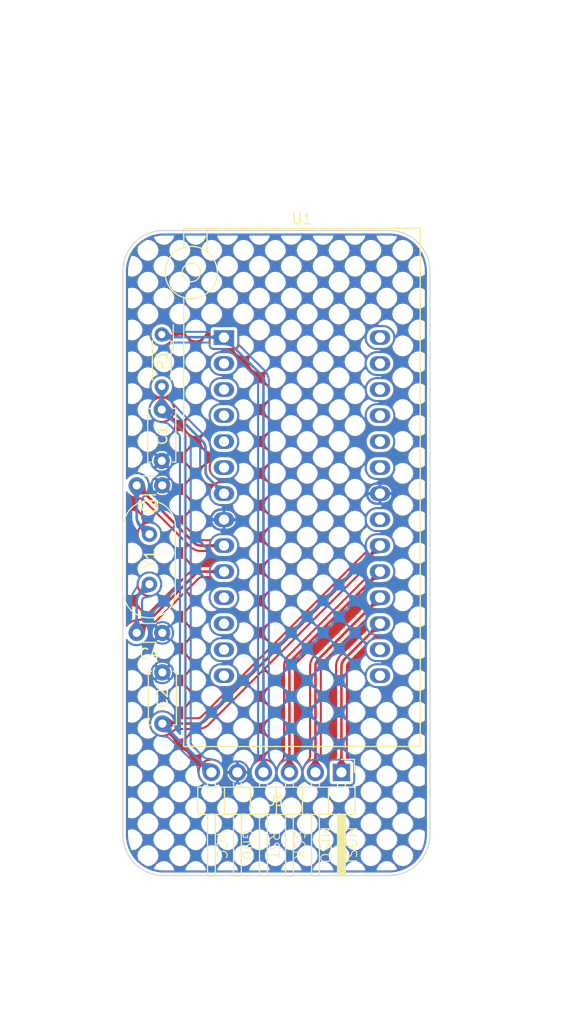
<source format=kicad_pcb>
(kicad_pcb (version 20211014) (generator pcbnew)
  (title_block (title "DIP28 ISP adapter") (date "2022-02-07") (rev "1.0") (company "0xCB") (comment 1 "Conor Burns"))
  (layers (0 "F.Cu" signal) (31 "B.Cu" signal) (34 "B.Paste" user) (35 "F.Paste" user) (36 "B.SilkS" user "B.Silkscreen") (37 "F.SilkS" user "F.Silkscreen") (38 "B.Mask" user) (39 "F.Mask" user) (44 "Edge.Cuts" user))
  (net 0 "")
  (net 1 "+5V")
  (net 2 "GND")
  (net 3 "Net-(C3-Pad2)")
  (net 4 "Net-(C4-Pad2)")
  (net 5 "MOSI")
  (net 6 "MISO")
  (net 7 "SCK")
  (net 8 "RST")
  (footprint "Capacitor_THT:C_Disc_D3.0mm_W1.6mm_P2.50mm" (layer "F.Cu") (at 105.85 141.8 180)
    (fp_text reference "C4" (at 1.25 -2.05) (layer "F.SilkS"))
    (fp_text value "20pF")
    (fp_line (start 0.621 -0.92) (end 1.879 -0.92) (layer "F.SilkS") (width 0.12))
    (fp_line (start 0.621 0.92) (end 1.879 0.92) (layer "F.SilkS") (width 0.12))
    (pad "1" thru_hole circle (at 0 0 180) (size 1.6 1.6) (drill 0.8) (layers *.Cu *.Mask) (net 2 "GND"))
    (pad "2" thru_hole circle (at 2.5 0 180) (size 1.6 1.6) (drill 0.8) (layers *.Cu *.Mask) (net 4 "Net-(C4-Pad2)"))
  )
  (footprint "Capacitor_THT:C_Disc_D3.0mm_W1.6mm_P2.50mm" (layer "F.Cu") (at 105.85 127.4 180)
    (fp_text reference "C3" (at 1.25 -2.05) (layer "F.SilkS"))
    (fp_text value "20pF")
    (fp_line (start 0.621 -0.92) (end 1.879 -0.92) (layer "F.SilkS") (width 0.12))
    (fp_line (start 0.621 0.92) (end 1.879 0.92) (layer "F.SilkS") (width 0.12))
    (pad "1" thru_hole circle (at 0 0 180) (size 1.6 1.6) (drill 0.8) (layers *.Cu *.Mask) (net 2 "GND"))
    (pad "2" thru_hole circle (at 2.5 0 180) (size 1.6 1.6) (drill 0.8) (layers *.Cu *.Mask) (net 3 "Net-(C3-Pad2)"))
  )
  (footprint "Capacitor_THT:C_Disc_D5.0mm_W2.5mm_P5.00mm" (layer "F.Cu") (at 105.86 150.66 90)
    (fp_text reference "C2" (at 2.475 0.025 90) (layer "F.SilkS"))
    (fp_text value "0.1uF")
    (fp_line (start 5.12 1.055) (end 5.12 1.37) (layer "F.SilkS") (width 0.12))
    (fp_line (start -0.12 -1.37) (end -0.12 -1.055) (layer "F.SilkS") (width 0.12))
    (fp_line (start -0.12 -1.37) (end 5.12 -1.37) (layer "F.SilkS") (width 0.12))
    (fp_line (start -0.12 1.37) (end 5.12 1.37) (layer "F.SilkS") (width 0.12))
    (fp_line (start 5.12 -1.37) (end 5.12 -1.055) (layer "F.SilkS") (width 0.12))
    (fp_line (start -0.12 1.055) (end -0.12 1.37) (layer "F.SilkS") (width 0.12))
    (pad "1" thru_hole circle (at 0 0 90) (size 1.6 1.6) (drill 0.8) (layers *.Cu *.Mask) (net 1 "+5V"))
    (pad "2" thru_hole circle (at 5 0 90) (size 1.6 1.6) (drill 0.8) (layers *.Cu *.Mask) (net 2 "GND"))
  )
  (footprint "Capacitor_THT:C_Disc_D5.0mm_W2.5mm_P5.00mm" (layer "F.Cu") (at 105.8 120 -90)
    (fp_text reference "C1" (at 2.5 -0.025 90) (layer "F.SilkS"))
    (fp_text value "0.1uF")
    (fp_line (start 5.12 -1.37) (end 5.12 -1.055) (layer "F.SilkS") (width 0.12))
    (fp_line (start -0.12 -1.37) (end -0.12 -1.055) (layer "F.SilkS") (width 0.12))
    (fp_line (start -0.12 1.37) (end 5.12 1.37) (layer "F.SilkS") (width 0.12))
    (fp_line (start -0.12 1.055) (end -0.12 1.37) (layer "F.SilkS") (width 0.12))
    (fp_line (start 5.12 1.055) (end 5.12 1.37) (layer "F.SilkS") (width 0.12))
    (fp_line (start -0.12 -1.37) (end 5.12 -1.37) (layer "F.SilkS") (width 0.12))
    (pad "1" thru_hole circle (at 0 0 270) (size 1.6 1.6) (drill 0.8) (layers *.Cu *.Mask) (net 1 "+5V"))
    (pad "2" thru_hole circle (at 5 0 270) (size 1.6 1.6) (drill 0.8) (layers *.Cu *.Mask) (net 2 "GND"))
  )
  (footprint "Connector_PinHeader_2.54mm:PinHeader_1x06_P2.54mm_Horizontal" (layer "F.Cu") (at 123.35 155.425 -90)
    (fp_text reference "J1" (at 2.77 6.275 180) (layer "F.SilkS"))
    (fp_text value "PinHeader_1x06_P2.54mm_Horizontal")
    (fp_line (start 4.1 14.03) (end 4.1 -1.33) (layer "F.SilkS") (width 0.12))
    (fp_line (start 1.44 1.27) (end 4.1 1.27) (layer "F.SilkS") (width 0.12))
    (fp_line (start 10.1 10.54) (end 4.1 10.54) (layer "F.SilkS") (width 0.12))
    (fp_line (start 1.44 8.89) (end 4.1 8.89) (layer "F.SilkS") (width 0.12))
    (fp_line (start 10.1 2.92) (end 4.1 2.92) (layer "F.SilkS") (width 0.12))
    (fp_line (start 4.1 9.78) (end 10.1 9.78) (layer "F.SilkS") (width 0.12))
    (fp_line (start 1.11 -0.38) (end 1.44 -0.38) (layer "F.SilkS") (width 0.12))
    (fp_line (start 10.1 5.46) (end 4.1 5.46) (layer "F.SilkS") (width 0.12))
    (fp_line (start 1.042929 12.32) (end 1.44 12.32) (layer "F.SilkS") (width 0.12))
    (fp_line (start 1.042929 8) (end 1.44 8) (layer "F.SilkS") (width 0.12))
    (fp_line (start 10.1 12.32) (end 10.1 13.08) (layer "F.SilkS") (width 0.12))
    (fp_line (start 4.1 2.16) (end 10.1 2.16) (layer "F.SilkS") (width 0.12))
    (fp_line (start -1.27 0) (end -1.27 -1.27) (layer "F.SilkS") (width 0.12))
    (fp_line (start 10.1 -0.38) (end 10.1 0.38) (layer "F.SilkS") (width 0.12))
    (fp_line (start 4.1 -1.33) (end 1.44 -1.33) (layer "F.SilkS") (width 0.12))
    (fp_line (start 1.042929 9.78) (end 1.44 9.78) (layer "F.SilkS") (width 0.12))
    (fp_line (start 1.44 3.81) (end 4.1 3.81) (layer "F.SilkS") (width 0.12))
    (fp_line (start 10.1 9.78) (end 10.1 10.54) (layer "F.SilkS") (width 0.12))
    (fp_line (start 10.1 8) (end 4.1 8) (layer "F.SilkS") (width 0.12))
    (fp_line (start 10.1 2.16) (end 10.1 2.92) (layer "F.SilkS") (width 0.12))
    (fp_line (start 10.1 13.08) (end 4.1 13.08) (layer "F.SilkS") (width 0.12))
    (fp_line (start 4.1 7.24) (end 10.1 7.24) (layer "F.SilkS") (width 0.12))
    (fp_line (start 1.042929 2.92) (end 1.44 2.92) (layer "F.SilkS") (width 0.12))
    (fp_line (start 4.1 -0.32) (end 10.1 -0.32) (layer "F.SilkS") (width 0.12))
    (fp_line (start 10.1 0.38) (end 4.1 0.38) (layer "F.SilkS") (width 0.12))
    (fp_line (start 10.1 4.7) (end 10.1 5.46) (layer "F.SilkS") (width 0.12))
    (fp_line (start 4.1 0.04) (end 10.1 0.04) (layer "F.SilkS") (width 0.12))
    (fp_line (start 1.042929 2.16) (end 1.44 2.16) (layer "F.SilkS") (width 0.12))
    (fp_line (start 1.11 0.38) (end 1.44 0.38) (layer "F.SilkS") (width 0.12))
    (fp_line (start 4.1 -0.2) (end 10.1 -0.2) (layer "F.SilkS") (width 0.12))
    (fp_line (start 4.1 -0.08) (end 10.1 -0.08) (layer "F.SilkS") (width 0.12))
    (fp_line (start 4.1 0.16) (end 10.1 0.16) (layer "F.SilkS") (width 0.12))
    (fp_line (start 4.1 -0.38) (end 10.1 -0.38) (layer "F.SilkS") (width 0.12))
    (fp_line (start -1.27 -1.27) (end 0 -1.27) (layer "F.SilkS") (width 0.12))
    (fp_line (start 1.042929 13.08) (end 1.44 13.08) (layer "F.SilkS") (width 0.12))
    (fp_line (start 1.44 6.35) (end 4.1 6.35) (layer "F.SilkS") (width 0.12))
    (fp_line (start 1.042929 7.24) (end 1.44 7.24) (layer "F.SilkS") (width 0.12))
    (fp_line (start 4.1 0.28) (end 10.1 0.28) (layer "F.SilkS") (width 0.12))
    (fp_line (start 1.44 -1.33) (end 1.44 14.03) (layer "F.SilkS") (width 0.12))
    (fp_line (start 1.042929 5.46) (end 1.44 5.46) (layer "F.SilkS") (width 0.12))
    (fp_line (start 4.1 4.7) (end 10.1 4.7) (layer "F.SilkS") (width 0.12))
    (fp_line (start 1.042929 10.54) (end 1.44 10.54) (layer "F.SilkS") (width 0.12))
    (fp_line (start 4.1 12.32) (end 10.1 12.32) (layer "F.SilkS") (width 0.12))
    (fp_line (start 1.44 14.03) (end 4.1 14.03) (layer "F.SilkS") (width 0.12))
    (fp_line (start 1.44 11.43) (end 4.1 11.43) (layer "F.SilkS") (width 0.12))
    (fp_line (start 1.042929 4.7) (end 1.44 4.7) (layer "F.SilkS") (width 0.12))
    (fp_line (start 10.1 7.24) (end 10.1 8) (layer "F.SilkS") (width 0.12))
    (pad "1" thru_hole rect (at 0 0 270) (size 1.7 1.7) (drill 1) (layers *.Cu *.Mask) (net 5 "MOSI"))
    (pad "2" thru_hole oval (at 0 2.54 270) (size 1.7 1.7) (drill 1) (layers *.Cu *.Mask) (net 6 "MISO"))
    (pad "3" thru_hole oval (at 0 5.08 270) (size 1.7 1.7) (drill 1) (layers *.Cu *.Mask) (net 7 "SCK"))
    (pad "4" thru_hole oval (at 0 7.62 270) (size 1.7 1.7) (drill 1) (layers *.Cu *.Mask) (net 8 "RST"))
    (pad "5" thru_hole oval (at 0 10.16 270) (size 1.7 1.7) (drill 1) (layers *.Cu *.Mask) (net 2 "GND"))
    (pad "6" thru_hole oval (at 0 12.7 270) (size 1.7 1.7) (drill 1) (layers *.Cu *.Mask) (net 1 "+5V"))
  )
  (footprint "Crystal:Crystal_HC49-4H_Vertical" (layer "F.Cu") (at 104.6 137.05 90)
    (fp_text reference "Y1" (at 2.475 0.025 90) (layer "F.SilkS"))
    (fp_text value "16MHz")
    (fp_line (start -0.76 -2.525) (end 5.64 -2.525) (layer "F.SilkS") (width 0.12))
    (fp_line (start -0.76 2.525) (end 5.64 2.525) (layer "F.SilkS") (width 0.12))
    (fp_arc (start 5.64 -2.525) (mid 8.165 0) (end 5.64 2.525) (layer "F.SilkS") (width 0.12))
    (fp_arc (start -0.76 2.525) (mid -3.285 0) (end -0.76 -2.525) (layer "F.SilkS") (width 0.12))
    (pad "1" thru_hole circle (at 0 0 90) (size 1.5 1.5) (drill 0.8) (layers *.Cu *.Mask) (net 4 "Net-(C4-Pad2)"))
    (pad "2" thru_hole circle (at 4.88 0 90) (size 1.5 1.5) (drill 0.8) (layers *.Cu *.Mask) (net 3 "Net-(C3-Pad2)"))
  )
  (footprint "Resistor_THT:R_Axial_DIN0204_L3.6mm_D1.6mm_P5.08mm_Horizontal" (layer "F.Cu") (at 105.8 112.66 -90)
    (fp_text reference "R1" (at 2.49 -0.05 90) (layer "F.SilkS"))
    (fp_text value "10k")
    (fp_line (start 0.62 0.92) (end 4.46 0.92) (layer "F.SilkS") (width 0.12))
    (fp_line (start 0.62 -0.92) (end 4.46 -0.92) (layer "F.SilkS") (width 0.12))
    (pad "1" thru_hole circle (at 0 0 270) (size 1.4 1.4) (drill 0.7) (layers *.Cu *.Mask) (net 8 "RST"))
    (pad "2" thru_hole oval (at 5.08 0 270) (size 1.4 1.4) (drill 0.7) (layers *.Cu *.Mask) (net 1 "+5V"))
  )
  (footprint "Socket:DIP_Socket-28_W11.9_W12.7_W15.24_W17.78_W18.5_3M_228-1277-00-0602J" (layer "F.Cu") (at 111.875 112.96)
    (fp_text reference "U1" (at 7.62 -11.56) (layer "F.SilkS"))
    (fp_text value "ATmega328-P")
    (fp_line (start 19.17 39.94) (end 19.17 -10.66) (layer "F.SilkS") (width 0.12))
    (fp_line (start -1.65 -10.66) (end -1.65 -8.4) (layer "F.SilkS") (width 0.12))
    (fp_line (start 19.17 -10.66) (end -3.93 -10.66) (layer "F.SilkS") (width 0.12))
    (fp_line (start -3.93 -3.9) (end -3.93 39.94) (layer "F.SilkS") (width 0.12))
    (fp_line (start -3.93 39.94) (end 19.17 39.94) (layer "F.SilkS") (width 0.12))
    (fp_line (start -4.95 1.27) (end -4.95 -1.27) (layer "F.SilkS") (width 0.12))
    (fp_line (start -3.93 -10.66) (end -3.93 -8.8) (layer "F.SilkS") (width 0.12))
    (fp_circle (center -3.2 -6.35) (end -0.65 -6.35) (layer "F.SilkS") (width 0.12) (fill none))
    (fp_circle (center -3.2 -6.35) (end -2.3 -6.35) (layer "F.SilkS") (width 0.12) (fill none))
    (pad "1" thru_hole rect (at 0 0) (size 2 1.44) (drill 1) (layers *.Cu *.Mask) (net 8 "RST"))
    (pad "2" thru_hole oval (at 0 2.54) (size 2 1.44) (drill 1) (layers *.Cu *.Mask))
    (pad "3" thru_hole oval (at 0 5.08) (size 2 1.44) (drill 1) (layers *.Cu *.Mask))
    (pad "4" thru_hole oval (at 0 7.62) (size 2 1.44) (drill 1) (layers *.Cu *.Mask))
    (pad "5" thru_hole oval (at 0 10.16) (size 2 1.44) (drill 1) (layers *.Cu *.Mask))
    (pad "6" thru_hole oval (at 0 12.7) (size 2 1.44) (drill 1) (layers *.Cu *.Mask))
    (pad "7" thru_hole oval (at 0 15.24) (size 2 1.44) (drill 1) (layers *.Cu *.Mask) (net 1 "+5V"))
    (pad "8" thru_hole oval (at 0 17.78) (size 2 1.44) (drill 1) (layers *.Cu *.Mask) (net 2 "GND"))
    (pad "9" thru_hole oval (at 0 20.32) (size 2 1.44) (drill 1) (layers *.Cu *.Mask) (net 3 "Net-(C3-Pad2)"))
    (pad "10" thru_hole oval (at 0 22.86) (size 2 1.44) (drill 1) (layers *.Cu *.Mask) (net 4 "Net-(C4-Pad2)"))
    (pad "11" thru_hole oval (at 0 25.4) (size 2 1.44) (drill 1) (layers *.Cu *.Mask))
    (pad "12" thru_hole oval (at 0 27.94) (size 2 1.44) (drill 1) (layers *.Cu *.Mask))
    (pad "13" thru_hole oval (at 0 30.48) (size 2 1.44) (drill 1) (layers *.Cu *.Mask))
    (pad "14" thru_hole oval (at 0 33.02) (size 2 1.44) (drill 1) (layers *.Cu *.Mask))
    (pad "15" thru_hole oval (at 15.24 33.02) (size 2 1.44) (drill 1) (layers *.Cu *.Mask))
    (pad "16" thru_hole oval (at 15.24 30.48) (size 2 1.44) (drill 1) (layers *.Cu *.Mask))
    (pad "17" thru_hole oval (at 15.24 27.94) (size 2 1.44) (drill 1) (layers *.Cu *.Mask) (net 5 "MOSI"))
    (pad "18" thru_hole oval (at 15.24 25.4) (size 2 1.44) (drill 1) (layers *.Cu *.Mask) (net 6 "MISO"))
    (pad "19" thru_hole oval (at 15.24 22.86) (size 2 1.44) (drill 1) (layers *.Cu *.Mask) (net 7 "SCK"))
    (pad "20" thru_hole oval (at 15.24 20.32) (size 2 1.44) (drill 1) (layers *.Cu *.Mask) (net 1 "+5V"))
    (pad "21" thru_hole oval (at 15.24 17.78) (size 2 1.44) (drill 1) (layers *.Cu *.Mask))
    (pad "22" thru_hole oval (at 15.24 15.24) (size 2 1.44) (drill 1) (layers *.Cu *.Mask) (net 2 "GND"))
    (pad "23" thru_hole oval (at 15.24 12.7) (size 2 1.44) (drill 1) (layers *.Cu *.Mask))
    (pad "24" thru_hole oval (at 15.24 10.16) (size 2 1.44) (drill 1) (layers *.Cu *.Mask))
    (pad "25" thru_hole oval (at 15.24 7.62) (size 2 1.44) (drill 1) (layers *.Cu *.Mask))
    (pad "26" thru_hole oval (at 15.24 5.08) (size 2 1.44) (drill 1) (layers *.Cu *.Mask))
    (pad "27" thru_hole oval (at 15.24 2.54) (size 2 1.44) (drill 1) (layers *.Cu *.Mask))
    (pad "28" thru_hole oval (at 15.24 0) (size 2 1.44) (drill 1) (layers *.Cu *.Mask))
  )
  (gr_line (start 132.000002 161.500002) (end 132 106.5) (layer "Edge.Cuts") (width 0.1))
  (gr_arc (start 105.999998 165.500002) (mid 103.171571 164.328429) (end 101.999998 161.500002) (layer "Edge.Cuts") (width 0.1))
  (gr_arc (start 132.000002 161.500002) (mid 130.828429 164.328429) (end 128.000002 165.500002) (layer "Edge.Cuts") (width 0.1))
  (gr_arc (start 128 102.5) (mid 130.828427 103.671573) (end 132 106.5) (layer "Edge.Cuts") (width 0.1))
  (gr_line (start 128 102.5) (end 105.999998 102.499998) (layer "Edge.Cuts") (width 0.1))
  (gr_line (start 101.999998 106.499998) (end 101.999998 161.500002) (layer "Edge.Cuts") (width 0.1))
  (gr_arc (start 101.999998 106.499998) (mid 103.171571 103.671571) (end 105.999998 102.499998) (layer "Edge.Cuts") (width 0.1))
  (gr_line (start 105.999998 165.500002) (end 128.000002 165.500002) (layer "Edge.Cuts") (width 0.1))
  (gr_text "SCK" (at 119.25 162.5 270) (layer "F.SilkS") (effects (font (size 1 1) (thickness 0.1))))
  (gr_text "VCC" (at 111.65 162.5 270) (layer "F.SilkS") (effects (font (size 1 1) (thickness 0.1))))
  (gr_text "MOSI" (at 124.3 162.5 270) (layer "F.SilkS") (effects (font (size 1 1) (thickness 0.1))))
  (gr_text "GND" (at 114.2 162.5 270) (layer "F.SilkS") (effects (font (size 1 1) (thickness 0.1))))
  (gr_text "MISO" (at 121.8 162.5 270) (layer "F.SilkS") (effects (font (size 1 1) (thickness 0.1))))
  (gr_text "RST" (at 116.75 162.5 270) (layer "F.SilkS") (effects (font (size 1 1) (thickness 0.1))))
  (segment (start 110.027893 150.367107) (end 127.115 133.28) (width 0.25) (layer "F.Cu") (net 1))
  (segment (start 105.86 150.66) (end 109.320786 150.66) (width 0.25) (layer "F.Cu") (net 1))
  (arc (start 109.320786 150.66) (mid 109.703469 150.58388) (end 110.027893 150.367107) (width 0.25) (layer "F.Cu") (net 1))
  (segment (start 107.807107 122.007107) (end 105.8 120) (width 0.25) (layer "B.Cu") (net 1))
  (segment (start 110.65 155.425) (end 108.392893 153.167893) (width 0.25) (layer "B.Cu") (net 1))
  (segment (start 105.8 120) (end 106.285786 120) (width 0.25) (layer "B.Cu") (net 1))
  (segment (start 110.075 123.789214) (end 110.075 125.985786) (width 0.25) (layer "B.Cu") (net 1))
  (segment (start 105.8 117.74) (end 105.8 120) (width 0.25) (layer "B.Cu") (net 1))
  (segment (start 108.392893 153.167893) (end 108.367893 153.167893) (width 0.25) (layer "B.Cu") (net 1))
  (segment (start 108.367893 153.167893) (end 105.86 150.66) (width 0.25) (layer "B.Cu") (net 1))
  (segment (start 108.1 152.460786) (end 108.1 122.714214) (width 0.25) (layer "B.Cu") (net 1))
  (segment (start 106.992893 120.292893) (end 109.782107 123.082107) (width 0.25) (layer "B.Cu") (net 1))
  (segment (start 110.367893 126.692893) (end 111.875 128.2) (width 0.25) (layer "B.Cu") (net 1))
  (arc (start 108.1 122.714214) (mid 108.02388 122.331531) (end 107.807107 122.007107) (width 0.25) (layer "B.Cu") (net 1))
  (arc (start 110.075 125.985786) (mid 110.15112 126.368469) (end 110.367893 126.692893) (width 0.25) (layer "B.Cu") (net 1))
  (arc (start 108.392893 153.167893) (mid 108.17612 152.84347) (end 108.1 152.460786) (width 0.25) (layer "B.Cu") (net 1))
  (arc (start 110.075 123.789214) (mid 109.99888 123.406531) (end 109.782107 123.082107) (width 0.25) (layer "B.Cu") (net 1))
  (arc (start 106.285786 120) (mid 106.668469 120.07612) (end 106.992893 120.292893) (width 0.25) (layer "B.Cu") (net 1))
  (segment (start 103.35 127.4) (end 108.937107 132.987107) (width 0.25) (layer "F.Cu") (net 3))
  (segment (start 109.644214 133.28) (end 111.875 133.28) (width 0.25) (layer "F.Cu") (net 3))
  (arc (start 109.644214 133.28) (mid 109.261531 133.20388) (end 108.937107 132.987107) (width 0.25) (layer "F.Cu") (net 3))
  (segment (start 104.6 132.17) (end 103.642893 131.212893) (width 0.25) (layer "B.Cu") (net 3))
  (segment (start 103.35 130.505786) (end 103.35 127.4) (width 0.25) (layer "B.Cu") (net 3))
  (arc (start 103.642893 131.212893) (mid 103.42612 130.88847) (end 103.35 130.505786) (width 0.25) (layer "B.Cu") (net 3))
  (segment (start 103.35 141.8) (end 109.037107 136.112893) (width 0.25) (layer "F.Cu") (net 4))
  (segment (start 109.744214 135.82) (end 111.875 135.82) (width 0.25) (layer "F.Cu") (net 4))
  (arc (start 109.037107 136.112893) (mid 109.36153 135.89612) (end 109.744214 135.82) (width 0.25) (layer "F.Cu") (net 4))
  (segment (start 103.35 141.8) (end 103.35 138.714214) (width 0.25) (layer "B.Cu") (net 4))
  (segment (start 103.642893 138.007107) (end 104.6 137.05) (width 0.25) (layer "B.Cu") (net 4))
  (arc (start 103.642893 138.007107) (mid 103.42612 138.33153) (end 103.35 138.714214) (width 0.25) (layer "B.Cu") (net 4))
  (segment (start 123.35 155.425) (end 123.35 145.079214) (width 0.25) (layer "F.Cu") (net 5))
  (segment (start 123.642893 144.372107) (end 127.115 140.9) (width 0.25) (layer "F.Cu") (net 5))
  (arc (start 123.642893 144.372107) (mid 123.42612 144.69653) (end 123.35 145.079214) (width 0.25) (layer "F.Cu") (net 5))
  (segment (start 120.81 155.425) (end 120.81 145.079214) (width 0.25) (layer "F.Cu") (net 6))
  (segment (start 121.102893 144.372107) (end 127.115 138.36) (width 0.25) (layer "F.Cu") (net 6))
  (arc (start 120.81 145.079214) (mid 120.88612 144.696531) (end 121.102893 144.372107) (width 0.25) (layer "F.Cu") (net 6))
  (segment (start 118.562893 144.372107) (end 127.115 135.82) (width 0.25) (layer "F.Cu") (net 7))
  (segment (start 118.27 155.425) (end 118.27 145.079214) (width 0.25) (layer "F.Cu") (net 7))
  (arc (start 118.562893 144.372107) (mid 118.34612 144.69653) (end 118.27 145.079214) (width 0.25) (layer "F.Cu") (net 7))
  (segment (start 105.8 112.66) (end 106.065 112.925) (width 0.25) (layer "B.Cu") (net 8))
  (segment (start 115.73 117.229214) (end 115.73 155.425) (width 0.25) (layer "B.Cu") (net 8))
  (segment (start 106.065 112.925) (end 111.84 112.925) (width 0.25) (layer "B.Cu") (net 8))
  (segment (start 111.875 112.96) (end 115.437107 116.522107) (width 0.25) (layer "B.Cu") (net 8))
  (segment (start 111.84 112.925) (end 111.875 112.96) (width 0.25) (layer "B.Cu") (net 8))
  (arc (start 115.437107 116.522107) (mid 115.65388 116.84653) (end 115.73 117.229214) (width 0.25) (layer "B.Cu") (net 8))
  (zone (net 1) (net_name "+5V") (layer "F.Cu") (priority 16962) (connect_pads yes (clearance 0)) (min_thickness 0.0254) (fill yes (thermal_gap 0.508) (thermal_bridge_width 0.508))
    (polygon (pts (xy 126.192227 134.37955) (xy 126.316762 134.266708) (xy 126.430988 134.185651) (xy 126.538053 134.130369) (xy 126.641102 134.094849) (xy 126.743282 134.073082) (xy 126.84774 134.059054) (xy 126.957623 134.046756) (xy 127.076077 134.030176) (xy 127.206249 134.003302) (xy 127.351286 133.960124) (xy 127.369558 133.025442) (xy 126.434876 133.043714) (xy 126.391697 133.18875) (xy 126.364823 133.318922) (xy 126.348243 133.437376) (xy 126.335945 133.547259) (xy 126.321917 133.651717) (xy 126.30015 133.753897) (xy 126.26463 133.856946) (xy 126.209348 133.964011) (xy 126.128291 134.078237) (xy 126.01545 134.202773)))
  )
  (zone (net 2) (net_name "GND") (layers F&B.Cu) (connect_pads (clearance 0.3)) (min_thickness 0.15) (fill yes (mode hatch) (thermal_gap 0.15) (thermal_bridge_width 0.3) (hatch_thickness 0.2) (hatch_gap 2) (hatch_orientation 45) (hatch_smoothing_level 3) (hatch_smoothing_value 1) (hatch_border_algorithm hatch_thickness) (hatch_min_hole_area 0.3))
    (polygon (pts (xy 145 180) (xy 90 180) (xy 90 80) (xy 145 80)))
  )
  (zone (net 5) (net_name "MOSI") (layer "F.Cu") (priority 16962) (connect_pads yes (clearance 0)) (min_thickness 0.0254) (fill yes (thermal_gap 0.508) (thermal_bridge_width 0.508))
    (polygon (pts (xy 123.225 153.735) (xy 123.214697 153.934398) (xy 123.185526 154.097872) (xy 123.140085 154.233273) (xy 123.080978 154.348451) (xy 123.010804 154.451258) (xy 122.932167 154.549544) (xy 122.847666 154.651159) (xy 122.759904 154.763956) (xy 122.671481 154.895783) (xy 122.585 155.054494) (xy 123.35 155.85) (xy 124.115 155.054494) (xy 124.028518 154.895783) (xy 123.940095 154.763956) (xy 123.852333 154.651159) (xy 123.767832 154.549544) (xy 123.689195 154.451258) (xy 123.619021 154.348451) (xy 123.559914 154.233273) (xy 123.514473 154.097872) (xy 123.485302 153.934398) (xy 123.475 153.735)))
  )
  (zone (net 4) (net_name "Net-(C4-Pad2)") (layer "F.Cu") (priority 16962) (connect_pads yes (clearance 0)) (min_thickness 0.0254) (fill yes (thermal_gap 0.508) (thermal_bridge_width 0.508))
    (polygon (pts (xy 110.445 135.945) (xy 110.612851 135.953268) (xy 110.750937 135.976723) (xy 110.865734 136.013338) (xy 110.963717 136.061089) (xy 111.051361 136.117949) (xy 111.135143 136.181894) (xy 111.221539 136.250896) (xy 111.317023 136.322932) (xy 111.428071 136.395975) (xy 111.56116 136.468) (xy 112.235 135.82) (xy 111.56116 135.172) (xy 111.428071 135.244024) (xy 111.317023 135.317067) (xy 111.221539 135.389103) (xy 111.135143 135.458105) (xy 111.051361 135.52205) (xy 110.963717 135.57891) (xy 110.865734 135.626661) (xy 110.750937 135.663276) (xy 110.612851 135.686731) (xy 110.445 135.695)))
  )
  (zone (net 3) (net_name "Net-(C3-Pad2)") (layer "F.Cu") (priority 16962) (connect_pads yes (clearance 0)) (min_thickness 0.0254) (fill yes (thermal_gap 0.508) (thermal_bridge_width 0.508))
    (polygon (pts (xy 110.445 133.405) (xy 110.612851 133.413268) (xy 110.750937 133.436723) (xy 110.865734 133.473338) (xy 110.963717 133.521089) (xy 111.051361 133.577949) (xy 111.135143 133.641894) (xy 111.221539 133.710896) (xy 111.317023 133.782932) (xy 111.428071 133.855975) (xy 111.56116 133.928) (xy 112.235 133.28) (xy 111.56116 132.632) (xy 111.428071 132.704024) (xy 111.317023 132.777067) (xy 111.221539 132.849103) (xy 111.135143 132.918105) (xy 111.051361 132.98205) (xy 110.963717 133.03891) (xy 110.865734 133.086661) (xy 110.750937 133.123276) (xy 110.612851 133.146731) (xy 110.445 133.155)))
  )
  (zone (net 7) (net_name "SCK") (layer "F.Cu") (priority 16962) (connect_pads yes (clearance 0)) (min_thickness 0.0254) (fill yes (thermal_gap 0.508) (thermal_bridge_width 0.508))
    (polygon (pts (xy 118.145 153.735) (xy 118.134697 153.934398) (xy 118.105526 154.097872) (xy 118.060085 154.233273) (xy 118.000978 154.348451) (xy 117.930804 154.451258) (xy 117.852167 154.549544) (xy 117.767666 154.651159) (xy 117.679904 154.763956) (xy 117.591481 154.895783) (xy 117.505 155.054494) (xy 118.27 155.85) (xy 119.035 155.054494) (xy 118.948518 154.895783) (xy 118.860095 154.763956) (xy 118.772333 154.651159) (xy 118.687832 154.549544) (xy 118.609195 154.451258) (xy 118.539021 154.348451) (xy 118.479914 154.233273) (xy 118.434473 154.097872) (xy 118.405302 153.934398) (xy 118.395 153.735)))
  )
  (zone (net 3) (net_name "Net-(C3-Pad2)") (layer "F.Cu") (priority 16962) (connect_pads yes (clearance 0)) (min_thickness 0.0254) (fill yes (thermal_gap 0.508) (thermal_bridge_width 0.508))
    (polygon (pts (xy 104.562687 128.435911) (xy 104.437004 128.296765) (xy 104.34739 128.169005) (xy 104.286982 128.049135) (xy 104.248922 127.933662) (xy 104.226349 127.819091) (xy 104.212404 127.701927) (xy 104.200225 127.578676) (xy 104.182954 127.445844) (xy 104.15373 127.299937) (xy 104.105693 127.13746) (xy 103.067158 127.117158) (xy 103.08746 128.155693) (xy 103.249937 128.20373) (xy 103.395844 128.232954) (xy 103.528676 128.250225) (xy 103.651927 128.262404) (xy 103.769091 128.276349) (xy 103.883662 128.298922) (xy 103.999135 128.336982) (xy 104.119005 128.39739) (xy 104.246765 128.487004) (xy 104.385911 128.612687)))
  )
  (zone (net 5) (net_name "MOSI") (layer "F.Cu") (priority 16962) (connect_pads yes (clearance 0)) (min_thickness 0.0254) (fill yes (thermal_gap 0.508) (thermal_bridge_width 0.508))
    (polygon (pts (xy 126.192227 141.99955) (xy 126.316762 141.886708) (xy 126.430988 141.805651) (xy 126.538053 141.750369) (xy 126.641102 141.714849) (xy 126.743282 141.693082) (xy 126.84774 141.679054) (xy 126.957623 141.666756) (xy 127.076077 141.650176) (xy 127.206249 141.623302) (xy 127.351286 141.580124) (xy 127.369558 140.645442) (xy 126.434876 140.663714) (xy 126.391697 140.80875) (xy 126.364823 140.938922) (xy 126.348243 141.057376) (xy 126.335945 141.167259) (xy 126.321917 141.271717) (xy 126.30015 141.373897) (xy 126.26463 141.476946) (xy 126.209348 141.584011) (xy 126.128291 141.698237) (xy 126.01545 141.822773)))
  )
  (zone (net 6) (net_name "MISO") (layer "F.Cu") (priority 16962) (connect_pads yes (clearance 0)) (min_thickness 0.0254) (fill yes (thermal_gap 0.508) (thermal_bridge_width 0.508))
    (polygon (pts (xy 120.685 153.735) (xy 120.674697 153.934398) (xy 120.645526 154.097872) (xy 120.600085 154.233273) (xy 120.540978 154.348451) (xy 120.470804 154.451258) (xy 120.392167 154.549544) (xy 120.307666 154.651159) (xy 120.219904 154.763956) (xy 120.131481 154.895783) (xy 120.045 155.054494) (xy 120.81 155.85) (xy 121.575 155.054494) (xy 121.488518 154.895783) (xy 121.400095 154.763956) (xy 121.312333 154.651159) (xy 121.227832 154.549544) (xy 121.149195 154.451258) (xy 121.079021 154.348451) (xy 121.019914 154.233273) (xy 120.974473 154.097872) (xy 120.945302 153.934398) (xy 120.935 153.735)))
  )
  (zone (net 1) (net_name "+5V") (layer "F.Cu") (priority 16962) (connect_pads yes (clearance 0)) (min_thickness 0.0254) (fill yes (thermal_gap 0.508) (thermal_bridge_width 0.508))
    (polygon (pts (xy 107.45 150.535) (xy 107.262738 150.52548) (xy 107.109031 150.498507) (xy 106.981555 150.456461) (xy 106.872991 150.401721) (xy 106.776015 150.336668) (xy 106.683306 150.263682) (xy 106.587543 150.185142) (xy 106.481404 150.103428) (xy 106.357567 150.020921) (xy 106.208711 149.94) (xy 105.46 150.66) (xy 106.208711 151.38) (xy 106.357567 151.299078) (xy 106.481404 151.216571) (xy 106.587543 151.134857) (xy 106.683306 151.056317) (xy 106.776015 150.983331) (xy 106.872991 150.918278) (xy 106.981555 150.863538) (xy 107.109031 150.821492) (xy 107.262738 150.794519) (xy 107.45 150.785)))
  )
  (zone (net 6) (net_name "MISO") (layer "F.Cu") (priority 16962) (connect_pads yes (clearance 0)) (min_thickness 0.0254) (fill yes (thermal_gap 0.508) (thermal_bridge_width 0.508))
    (polygon (pts (xy 126.192227 139.45955) (xy 126.316762 139.346708) (xy 126.430988 139.265651) (xy 126.538053 139.210369) (xy 126.641102 139.174849) (xy 126.743282 139.153082) (xy 126.84774 139.139054) (xy 126.957623 139.126756) (xy 127.076077 139.110176) (xy 127.206249 139.083302) (xy 127.351286 139.040124) (xy 127.369558 138.105442) (xy 126.434876 138.123714) (xy 126.391697 138.26875) (xy 126.364823 138.398922) (xy 126.348243 138.517376) (xy 126.335945 138.627259) (xy 126.321917 138.731717) (xy 126.30015 138.833897) (xy 126.26463 138.936946) (xy 126.209348 139.044011) (xy 126.128291 139.158237) (xy 126.01545 139.282773)))
  )
  (zone (net 7) (net_name "SCK") (layer "F.Cu") (priority 16962) (connect_pads yes (clearance 0)) (min_thickness 0.0254) (fill yes (thermal_gap 0.508) (thermal_bridge_width 0.508))
    (polygon (pts (xy 126.192227 136.91955) (xy 126.316762 136.806708) (xy 126.430988 136.725651) (xy 126.538053 136.670369) (xy 126.641102 136.634849) (xy 126.743282 136.613082) (xy 126.84774 136.599054) (xy 126.957623 136.586756) (xy 127.076077 136.570176) (xy 127.206249 136.543302) (xy 127.351286 136.500124) (xy 127.369558 135.565442) (xy 126.434876 135.583714) (xy 126.391697 135.72875) (xy 126.364823 135.858922) (xy 126.348243 135.977376) (xy 126.335945 136.087259) (xy 126.321917 136.191717) (xy 126.30015 136.293897) (xy 126.26463 136.396946) (xy 126.209348 136.504011) (xy 126.128291 136.618237) (xy 126.01545 136.742773)))
  )
  (zone (net 4) (net_name "Net-(C4-Pad2)") (layer "F.Cu") (priority 16962) (connect_pads yes (clearance 0)) (min_thickness 0.0254) (fill yes (thermal_gap 0.508) (thermal_bridge_width 0.508))
    (polygon (pts (xy 104.385911 140.587313) (xy 104.246765 140.712995) (xy 104.119005 140.802609) (xy 103.999135 140.863017) (xy 103.883662 140.901077) (xy 103.769091 140.92365) (xy 103.651927 140.937595) (xy 103.528676 140.949774) (xy 103.395844 140.967045) (xy 103.249937 140.996269) (xy 103.08746 141.044307) (xy 103.067158 142.082842) (xy 104.105693 142.06254) (xy 104.15373 141.900062) (xy 104.182954 141.754155) (xy 104.200225 141.621323) (xy 104.212404 141.498072) (xy 104.226349 141.380908) (xy 104.248922 141.266337) (xy 104.286982 141.150864) (xy 104.34739 141.030994) (xy 104.437004 140.903234) (xy 104.562687 140.764089)))
  )
  (zone (net 1) (net_name "+5V") (layer "B.Cu") (priority 16962) (connect_pads yes (clearance 0)) (min_thickness 0.0254) (fill yes (thermal_gap 0.508) (thermal_bridge_width 0.508))
    (polygon (pts (xy 105.675 118.41) (xy 105.66548 118.597261) (xy 105.638507 118.750968) (xy 105.596461 118.878444) (xy 105.541721 118.987008) (xy 105.476668 119.083984) (xy 105.403682 119.176693) (xy 105.325142 119.272456) (xy 105.243428 119.378595) (xy 105.160921 119.502432) (xy 105.08 119.651289) (xy 105.8 120.4) (xy 106.52 119.651289) (xy 106.439078 119.502432) (xy 106.356571 119.378595) (xy 106.274857 119.272456) (xy 106.196317 119.176693) (xy 106.123331 119.083984) (xy 106.058278 118.987008) (xy 106.003538 118.878444) (xy 105.961492 118.750968) (xy 105.934519 118.597261) (xy 105.925 118.41)))
  )
  (zone (net 1) (net_name "+5V") (layer "B.Cu") (priority 16962) (connect_pads yes (clearance 0)) (min_thickness 0.0254) (fill yes (thermal_gap 0.508) (thermal_bridge_width 0.508))
    (polygon (pts (xy 105.925 119.13) (xy 105.932955 118.966999) (xy 105.95553 118.832816) (xy 105.990788 118.721189) (xy 106.036792 118.625851) (xy 106.091604 118.54054) (xy 106.153288 118.45899) (xy 106.219907 118.374937) (xy 106.289523 118.282118) (xy 106.360199 118.174267) (xy 106.43 118.045122) (xy 105.8 117.39) (xy 105.17 118.045122) (xy 105.2398 118.174267) (xy 105.310476 118.282118) (xy 105.380092 118.374937) (xy 105.446711 118.45899) (xy 105.508395 118.54054) (xy 105.563207 118.625851) (xy 105.609211 118.721189) (xy 105.644469 118.832816) (xy 105.667044 118.966999) (xy 105.675 119.13)))
  )
  (zone (net 4) (net_name "Net-(C4-Pad2)") (layer "B.Cu") (priority 16962) (connect_pads yes (clearance 0)) (min_thickness 0.0254) (fill yes (thermal_gap 0.508) (thermal_bridge_width 0.508))
    (polygon (pts (xy 103.225 140.21) (xy 103.21548 140.397261) (xy 103.188507 140.550968) (xy 103.146461 140.678444) (xy 103.091721 140.787008) (xy 103.026668 140.883984) (xy 102.953682 140.976693) (xy 102.875142 141.072456) (xy 102.793428 141.178595) (xy 102.710921 141.302432) (xy 102.63 141.451289) (xy 103.35 142.2) (xy 104.07 141.451289) (xy 103.989078 141.302432) (xy 103.906571 141.178595) (xy 103.824857 141.072456) (xy 103.746317 140.976693) (xy 103.673331 140.883984) (xy 103.608278 140.787008) (xy 103.553538 140.678444) (xy 103.511492 140.550968) (xy 103.484519 140.397261) (xy 103.475 140.21)))
  )
  (zone (net 8) (net_name "RST") (layer "B.Cu") (priority 16962) (connect_pads yes (clearance 0)) (min_thickness 0.0254) (fill yes (thermal_gap 0.508) (thermal_bridge_width 0.508))
    (polygon (pts (xy 107.155 112.8) (xy 107.014127 112.792028) (xy 106.898695 112.768947) (xy 106.803935 112.732007) (xy 106.725082 112.682459) (xy 106.657371 112.621553) (xy 106.596036 112.55054) (xy 106.53631 112.470669) (xy 106.473427 112.383193) (xy 106.402623 112.28936) (xy 106.31913 112.190423) (xy 105.475549 112.528734) (xy 105.84657 113.358449) (xy 106.008188 113.340269) (xy 106.144301 113.311289) (xy 106.261909 113.274504) (xy 106.368012 113.232908) (xy 106.469609 113.189497) (xy 106.5737 113.147263) (xy 106.687285 113.109202) (xy 106.817363 113.078308) (xy 106.970935 113.057576) (xy 107.155 113.05)))
  )
  (zone (net 1) (net_name "+5V") (layer "B.Cu") (priority 16962) (connect_pads yes (clearance 0)) (min_thickness 0.0254) (fill yes (thermal_gap 0.508) (thermal_bridge_width 0.508))
    (polygon (pts (xy 109.366602 154.318379) (xy 109.500313 154.466659) (xy 109.595278 154.60288) (xy 109.65889 154.730754) (xy 109.698538 154.853993) (xy 109.721613 154.976308) (xy 109.735507 155.101411) (xy 109.747609 155.233015) (xy 109.76531 155.374832) (xy 109.796002 155.530572) (xy 109.847076 155.703949) (xy 110.95052 155.72552) (xy 110.928949 154.622076) (xy 110.755572 154.571002) (xy 110.599832 154.54031) (xy 110.458015 154.522609) (xy 110.326411 154.510507) (xy 110.201308 154.496613) (xy 110.078993 154.473538) (xy 109.955754 154.43389) (xy 109.82788 154.370278) (xy 109.691659 154.275313) (xy 109.543379 154.141602)))
  )
  (zone (net 1) (net_name "+5V") (layer "B.Cu") (priority 16962) (connect_pads yes (clearance 0)) (min_thickness 0.0254) (fill yes (thermal_gap 0.508) (thermal_bridge_width 0.508))
    (polygon (pts (xy 110.77545 127.277227) (xy 110.888291 127.401762) (xy 110.969348 127.515988) (xy 111.02463 127.623053) (xy 111.06015 127.726102) (xy 111.081917 127.828282) (xy 111.095945 127.93274) (xy 111.108243 128.042623) (xy 111.124823 128.161077) (xy 111.151697 128.291249) (xy 111.194876 128.436286) (xy 112.129558 128.454558) (xy 112.111286 127.519876) (xy 111.966249 127.476697) (xy 111.836077 127.449823) (xy 111.717623 127.433243) (xy 111.60774 127.420945) (xy 111.503282 127.406917) (xy 111.401102 127.38515) (xy 111.298053 127.34963) (xy 111.190988 127.294348) (xy 111.076762 127.213291) (xy 110.952227 127.10045)))
  )
  (zone (net 3) (net_name "Net-(C3-Pad2)") (layer "B.Cu") (priority 16962) (connect_pads yes (clearance 0)) (min_thickness 0.0254) (fill yes (thermal_gap 0.508) (thermal_bridge_width 0.508))
    (polygon (pts (xy 103.475 128.99) (xy 103.484519 128.802738) (xy 103.511492 128.649031) (xy 103.553538 128.521555) (xy 103.608278 128.412991) (xy 103.673331 128.316015) (xy 103.746317 128.223306) (xy 103.824857 128.127543) (xy 103.906571 128.021404) (xy 103.989078 127.897567) (xy 104.07 127.748711) (xy 103.35 127) (xy 102.63 127.748711) (xy 102.710921 127.897567) (xy 102.793428 128.021404) (xy 102.875142 128.127543) (xy 102.953682 128.223306) (xy 103.026668 128.316015) (xy 103.091721 128.412991) (xy 103.146461 128.521555) (xy 103.188507 128.649031) (xy 103.21548 128.802738) (xy 103.225 128.99)))
  )
  (zone (net 8) (net_name "RST") (layer "B.Cu") (priority 16962) (connect_pads yes (clearance 0)) (min_thickness 0.0254) (fill yes (thermal_gap 0.508) (thermal_bridge_width 0.508))
    (polygon (pts (xy 112.97455 113.882773) (xy 112.861708 113.758237) (xy 112.780651 113.644011) (xy 112.725369 113.536946) (xy 112.689849 113.433897) (xy 112.668082 113.331717) (xy 112.654054 113.227259) (xy 112.641756 113.117376) (xy 112.625176 112.998922) (xy 112.598302 112.86875) (xy 112.555124 112.723714) (xy 111.620442 112.705442) (xy 111.638714 113.640124) (xy 111.78375 113.683302) (xy 111.913922 113.710176) (xy 112.032376 113.726756) (xy 112.142259 113.739054) (xy 112.246717 113.753082) (xy 112.348897 113.774849) (xy 112.451946 113.810369) (xy 112.559011 113.865651) (xy 112.673237 113.946708) (xy 112.797773 114.05955)))
  )
  (zone (net 1) (net_name "+5V") (layer "B.Cu") (priority 16962) (connect_pads yes (clearance 0)) (min_thickness 0.0254) (fill yes (thermal_gap 0.508) (thermal_bridge_width 0.508))
    (polygon (pts (xy 107.072687 151.695911) (xy 106.947004 151.556765) (xy 106.85739 151.429005) (xy 106.796982 151.309135) (xy 106.758922 151.193662) (xy 106.736349 151.079091) (xy 106.722404 150.961927) (xy 106.710225 150.838676) (xy 106.692954 150.705844) (xy 106.66373 150.559937) (xy 106.615693 150.39746) (xy 105.577158 150.377158) (xy 105.59746 151.415693) (xy 105.759937 151.46373) (xy 105.905844 151.492954) (xy 106.038676 151.510225) (xy 106.161927 151.522404) (xy 106.279091 151.536349) (xy 106.393662 151.558922) (xy 106.509135 151.596982) (xy 106.629005 151.65739) (xy 106.756765 151.747004) (xy 106.895911 151.872687)))
  )
  (zone (net 8) (net_name "RST") (layer "B.Cu") (priority 16962) (connect_pads yes (clearance 0)) (min_thickness 0.0254) (fill yes (thermal_gap 0.508) (thermal_bridge_width 0.508))
    (polygon (pts (xy 110.43 113.05) (xy 110.597058 113.05821) (xy 110.734497 113.081602) (xy 110.848672 113.118315) (xy 110.945936 113.16649) (xy 111.032645 113.224268) (xy 111.115153 113.289789) (xy 111.199816 113.361193) (xy 111.292987 113.436622) (xy 111.401023 113.514214) (xy 111.530278 113.592112) (xy 112.234581 112.977359) (xy 111.592771 112.297621) (xy 111.452863 112.364713) (xy 111.33598 112.433662) (xy 111.235458 112.502367) (xy 111.14463 112.568726) (xy 111.056831 112.63064) (xy 110.965397 112.686008) (xy 110.863662 112.732728) (xy 110.744961 112.768701) (xy 110.602628 112.791825) (xy 110.43 112.8)))
  )
  (zone (net 8) (net_name "RST") (layer "B.Cu") (priority 16962) (connect_pads yes (clearance 0)) (min_thickness 0.0254) (fill yes (thermal_gap 0.508) (thermal_bridge_width 0.508))
    (polygon (pts (xy 115.605 153.735) (xy 115.594697 153.934398) (xy 115.565526 154.097872) (xy 115.520085 154.233273) (xy 115.460978 154.348451) (xy 115.390804 154.451258) (xy 115.312167 154.549544) (xy 115.227666 154.651159) (xy 115.139904 154.763956) (xy 115.051481 154.895783) (xy 114.965 155.054494) (xy 115.73 155.85) (xy 116.495 155.054494) (xy 116.408518 154.895783) (xy 116.320095 154.763956) (xy 116.232333 154.651159) (xy 116.147832 154.549544) (xy 116.069195 154.451258) (xy 115.999021 154.348451) (xy 115.939914 154.233273) (xy 115.894473 154.097872) (xy 115.865302 153.934398) (xy 115.855 153.735)))
  )
  (zone (net 1) (net_name "+5V") (layer "B.Cu") (priority 16962) (connect_pads yes (clearance 0)) (min_thickness 0.0254) (fill yes (thermal_gap 0.508) (thermal_bridge_width 0.508))
    (polygon (pts (xy 107.324948 120.448172) (xy 107.18992 120.311615) (xy 107.077451 120.194997) (xy 106.982339 120.09377) (xy 106.899384 120.003391) (xy 106.823384 119.919311) (xy 106.749139 119.836986) (xy 106.671447 119.75187) (xy 106.585108 119.659416) (xy 106.484921 119.55508) (xy 106.365685 119.434315) (xy 105.405193 119.935759) (xy 106.02855 120.766658) (xy 106.164956 120.717386) (xy 106.289727 120.659048) (xy 106.405187 120.59797) (xy 106.513664 120.540475) (xy 106.617485 120.492888) (xy 106.718976 120.461535) (xy 106.820463 120.452739) (xy 106.924273 120.472826) (xy 107.032734 120.528121) (xy 107.148172 120.624948)))
  )
  (zone (net 1) (net_name "+5V") (layer "B.Cu") (priority 16962) (connect_pads yes (clearance 0)) (min_thickness 0.0254) (fill yes (thermal_gap 0.508) (thermal_bridge_width 0.508))
    (polygon (pts (xy 107.012687 121.035911) (xy 106.887004 120.896765) (xy 106.79739 120.769005) (xy 106.736982 120.649135) (xy 106.698922 120.533662) (xy 106.676349 120.419091) (xy 106.662404 120.301927) (xy 106.650225 120.178676) (xy 106.632954 120.045844) (xy 106.60373 119.899937) (xy 106.555693 119.73746) (xy 105.517158 119.717158) (xy 105.53746 120.755693) (xy 105.699937 120.80373) (xy 105.845844 120.832954) (xy 105.978676 120.850225) (xy 106.101927 120.862404) (xy 106.219091 120.876349) (xy 106.333662 120.898922) (xy 106.449135 120.936982) (xy 106.569005 120.99739) (xy 106.696765 121.087004) (xy 106.835911 121.212687)))
  )
  (zone (net 4) (net_name "Net-(C4-Pad2)") (layer "B.Cu") (priority 16962) (connect_pads yes (clearance 0)) (min_thickness 0.0254) (fill yes (thermal_gap 0.508) (thermal_bridge_width 0.508))
    (polygon (pts (xy 103.475556 138.683247) (xy 103.502483 138.463037) (xy 103.563353 138.292736) (xy 103.654615 138.164271) (xy 103.772717 138.069572) (xy 103.914109 138.000566) (xy 104.075239 137.949184) (xy 104.252558 137.907354) (xy 104.442513 137.867004) (xy 104.641554 137.820064) (xy 104.846131 137.758462) (xy 104.865165 136.784835) (xy 103.85047 137.02347) (xy 103.827143 137.234497) (xy 103.777942 137.408551) (xy 103.709307 137.555669) (xy 103.627678 137.685888) (xy 103.539497 137.809245) (xy 103.451202 137.935777) (xy 103.369237 138.075523) (xy 103.300039 138.238517) (xy 103.250052 138.434799) (xy 103.225714 138.674405)))
  )
  (zone (net 3) (net_name "Net-(C3-Pad2)") (layer "B.Cu") (priority 16962) (connect_pads yes (clearance 0)) (min_thickness 0.0254) (fill yes (thermal_gap 0.508) (thermal_bridge_width 0.508))
    (polygon (pts (xy 103.225714 130.545594) (xy 103.250052 130.785199) (xy 103.300039 130.981481) (xy 103.369237 131.144476) (xy 103.451202 131.284221) (xy 103.539497 131.410754) (xy 103.627678 131.534111) (xy 103.709307 131.66433) (xy 103.777942 131.811448) (xy 103.827143 131.985502) (xy 103.85047 132.19653) (xy 104.865165 132.435165) (xy 104.846131 131.461538) (xy 104.641554 131.399935) (xy 104.442513 131.352995) (xy 104.252558 131.312645) (xy 104.075239 131.270815) (xy 103.914109 131.219432) (xy 103.772717 131.150427) (xy 103.654615 131.055727) (xy 103.563353 130.927262) (xy 103.502483 130.756961) (xy 103.475556 130.536752)))
  )
)
</source>
